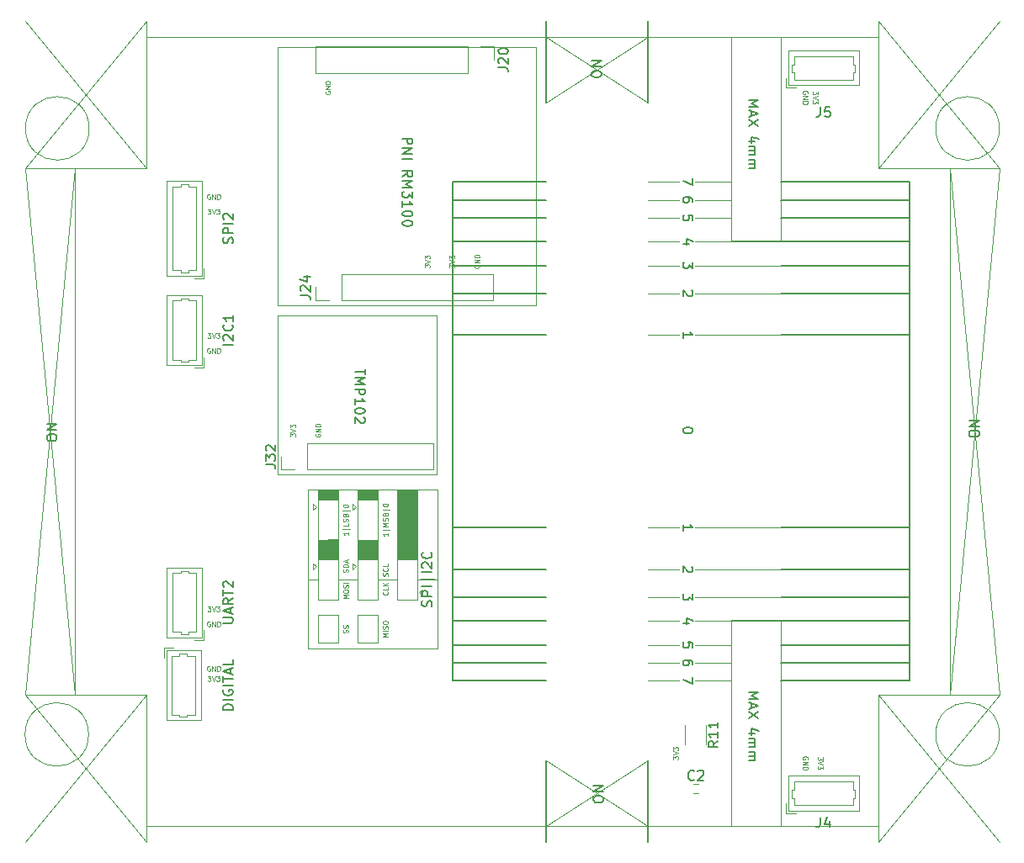
<source format=gbr>
G04 #@! TF.GenerationSoftware,KiCad,Pcbnew,(5.1.2)-2*
G04 #@! TF.CreationDate,2021-04-07T22:22:04-04:00*
G04 #@! TF.ProjectId,Magnetometer_A,4d61676e-6574-46f6-9d65-7465725f412e,rev?*
G04 #@! TF.SameCoordinates,Original*
G04 #@! TF.FileFunction,Legend,Top*
G04 #@! TF.FilePolarity,Positive*
%FSLAX46Y46*%
G04 Gerber Fmt 4.6, Leading zero omitted, Abs format (unit mm)*
G04 Created by KiCad (PCBNEW (5.1.2)-2) date 2021-04-07 22:22:04*
%MOMM*%
%LPD*%
G04 APERTURE LIST*
%ADD10C,0.125000*%
%ADD11C,0.100000*%
%ADD12C,0.120000*%
%ADD13C,0.150000*%
G04 APERTURE END LIST*
D10*
X118773809Y-40380952D02*
X118773809Y-40690476D01*
X118583333Y-40523809D01*
X118583333Y-40595238D01*
X118559523Y-40642857D01*
X118535714Y-40666666D01*
X118488095Y-40690476D01*
X118369047Y-40690476D01*
X118321428Y-40666666D01*
X118297619Y-40642857D01*
X118273809Y-40595238D01*
X118273809Y-40452380D01*
X118297619Y-40404761D01*
X118321428Y-40380952D01*
X118773809Y-40833333D02*
X118273809Y-41000000D01*
X118773809Y-41166666D01*
X118773809Y-41285714D02*
X118773809Y-41595238D01*
X118583333Y-41428571D01*
X118583333Y-41500000D01*
X118559523Y-41547619D01*
X118535714Y-41571428D01*
X118488095Y-41595238D01*
X118369047Y-41595238D01*
X118321428Y-41571428D01*
X118297619Y-41547619D01*
X118273809Y-41500000D01*
X118273809Y-41357142D01*
X118297619Y-41309523D01*
X118321428Y-41285714D01*
X119273809Y-107380952D02*
X119273809Y-107690476D01*
X119083333Y-107523809D01*
X119083333Y-107595238D01*
X119059523Y-107642857D01*
X119035714Y-107666666D01*
X118988095Y-107690476D01*
X118869047Y-107690476D01*
X118821428Y-107666666D01*
X118797619Y-107642857D01*
X118773809Y-107595238D01*
X118773809Y-107452380D01*
X118797619Y-107404761D01*
X118821428Y-107380952D01*
X119273809Y-107833333D02*
X118773809Y-108000000D01*
X119273809Y-108166666D01*
X119273809Y-108285714D02*
X119273809Y-108595238D01*
X119083333Y-108428571D01*
X119083333Y-108500000D01*
X119059523Y-108547619D01*
X119035714Y-108571428D01*
X118988095Y-108595238D01*
X118869047Y-108595238D01*
X118821428Y-108571428D01*
X118797619Y-108547619D01*
X118773809Y-108500000D01*
X118773809Y-108357142D01*
X118797619Y-108309523D01*
X118821428Y-108285714D01*
X104226190Y-107619047D02*
X104226190Y-107309523D01*
X104416666Y-107476190D01*
X104416666Y-107404761D01*
X104440476Y-107357142D01*
X104464285Y-107333333D01*
X104511904Y-107309523D01*
X104630952Y-107309523D01*
X104678571Y-107333333D01*
X104702380Y-107357142D01*
X104726190Y-107404761D01*
X104726190Y-107547619D01*
X104702380Y-107595238D01*
X104678571Y-107619047D01*
X104226190Y-107166666D02*
X104726190Y-107000000D01*
X104226190Y-106833333D01*
X104226190Y-106714285D02*
X104226190Y-106404761D01*
X104416666Y-106571428D01*
X104416666Y-106500000D01*
X104440476Y-106452380D01*
X104464285Y-106428571D01*
X104511904Y-106404761D01*
X104630952Y-106404761D01*
X104678571Y-106428571D01*
X104702380Y-106452380D01*
X104726190Y-106500000D01*
X104726190Y-106642857D01*
X104702380Y-106690476D01*
X104678571Y-106714285D01*
X65726190Y-75119047D02*
X65726190Y-74809523D01*
X65916666Y-74976190D01*
X65916666Y-74904761D01*
X65940476Y-74857142D01*
X65964285Y-74833333D01*
X66011904Y-74809523D01*
X66130952Y-74809523D01*
X66178571Y-74833333D01*
X66202380Y-74857142D01*
X66226190Y-74904761D01*
X66226190Y-75047619D01*
X66202380Y-75095238D01*
X66178571Y-75119047D01*
X65726190Y-74666666D02*
X66226190Y-74500000D01*
X65726190Y-74333333D01*
X65726190Y-74214285D02*
X65726190Y-73904761D01*
X65916666Y-74071428D01*
X65916666Y-74000000D01*
X65940476Y-73952380D01*
X65964285Y-73928571D01*
X66011904Y-73904761D01*
X66130952Y-73904761D01*
X66178571Y-73928571D01*
X66202380Y-73952380D01*
X66226190Y-74000000D01*
X66226190Y-74142857D01*
X66202380Y-74190476D01*
X66178571Y-74214285D01*
X79226190Y-58119047D02*
X79226190Y-57809523D01*
X79416666Y-57976190D01*
X79416666Y-57904761D01*
X79440476Y-57857142D01*
X79464285Y-57833333D01*
X79511904Y-57809523D01*
X79630952Y-57809523D01*
X79678571Y-57833333D01*
X79702380Y-57857142D01*
X79726190Y-57904761D01*
X79726190Y-58047619D01*
X79702380Y-58095238D01*
X79678571Y-58119047D01*
X79226190Y-57666666D02*
X79726190Y-57500000D01*
X79226190Y-57333333D01*
X79226190Y-57214285D02*
X79226190Y-56904761D01*
X79416666Y-57071428D01*
X79416666Y-57000000D01*
X79440476Y-56952380D01*
X79464285Y-56928571D01*
X79511904Y-56904761D01*
X79630952Y-56904761D01*
X79678571Y-56928571D01*
X79702380Y-56952380D01*
X79726190Y-57000000D01*
X79726190Y-57142857D01*
X79702380Y-57190476D01*
X79678571Y-57214285D01*
X81726190Y-58119047D02*
X81726190Y-57809523D01*
X81916666Y-57976190D01*
X81916666Y-57904761D01*
X81940476Y-57857142D01*
X81964285Y-57833333D01*
X82011904Y-57809523D01*
X82130952Y-57809523D01*
X82178571Y-57833333D01*
X82202380Y-57857142D01*
X82226190Y-57904761D01*
X82226190Y-58047619D01*
X82202380Y-58095238D01*
X82178571Y-58119047D01*
X81726190Y-57666666D02*
X82226190Y-57500000D01*
X81726190Y-57333333D01*
X81726190Y-57214285D02*
X81726190Y-56904761D01*
X81916666Y-57071428D01*
X81916666Y-57000000D01*
X81940476Y-56952380D01*
X81964285Y-56928571D01*
X82011904Y-56904761D01*
X82130952Y-56904761D01*
X82178571Y-56928571D01*
X82202380Y-56952380D01*
X82226190Y-57000000D01*
X82226190Y-57142857D01*
X82202380Y-57190476D01*
X82178571Y-57214285D01*
X57380952Y-52226190D02*
X57690476Y-52226190D01*
X57523809Y-52416666D01*
X57595238Y-52416666D01*
X57642857Y-52440476D01*
X57666666Y-52464285D01*
X57690476Y-52511904D01*
X57690476Y-52630952D01*
X57666666Y-52678571D01*
X57642857Y-52702380D01*
X57595238Y-52726190D01*
X57452380Y-52726190D01*
X57404761Y-52702380D01*
X57380952Y-52678571D01*
X57833333Y-52226190D02*
X58000000Y-52726190D01*
X58166666Y-52226190D01*
X58285714Y-52226190D02*
X58595238Y-52226190D01*
X58428571Y-52416666D01*
X58500000Y-52416666D01*
X58547619Y-52440476D01*
X58571428Y-52464285D01*
X58595238Y-52511904D01*
X58595238Y-52630952D01*
X58571428Y-52678571D01*
X58547619Y-52702380D01*
X58500000Y-52726190D01*
X58357142Y-52726190D01*
X58309523Y-52702380D01*
X58285714Y-52678571D01*
X57380952Y-64726190D02*
X57690476Y-64726190D01*
X57523809Y-64916666D01*
X57595238Y-64916666D01*
X57642857Y-64940476D01*
X57666666Y-64964285D01*
X57690476Y-65011904D01*
X57690476Y-65130952D01*
X57666666Y-65178571D01*
X57642857Y-65202380D01*
X57595238Y-65226190D01*
X57452380Y-65226190D01*
X57404761Y-65202380D01*
X57380952Y-65178571D01*
X57833333Y-64726190D02*
X58000000Y-65226190D01*
X58166666Y-64726190D01*
X58285714Y-64726190D02*
X58595238Y-64726190D01*
X58428571Y-64916666D01*
X58500000Y-64916666D01*
X58547619Y-64940476D01*
X58571428Y-64964285D01*
X58595238Y-65011904D01*
X58595238Y-65130952D01*
X58571428Y-65178571D01*
X58547619Y-65202380D01*
X58500000Y-65226190D01*
X58357142Y-65226190D01*
X58309523Y-65202380D01*
X58285714Y-65178571D01*
X57380952Y-92226190D02*
X57690476Y-92226190D01*
X57523809Y-92416666D01*
X57595238Y-92416666D01*
X57642857Y-92440476D01*
X57666666Y-92464285D01*
X57690476Y-92511904D01*
X57690476Y-92630952D01*
X57666666Y-92678571D01*
X57642857Y-92702380D01*
X57595238Y-92726190D01*
X57452380Y-92726190D01*
X57404761Y-92702380D01*
X57380952Y-92678571D01*
X57833333Y-92226190D02*
X58000000Y-92726190D01*
X58166666Y-92226190D01*
X58285714Y-92226190D02*
X58595238Y-92226190D01*
X58428571Y-92416666D01*
X58500000Y-92416666D01*
X58547619Y-92440476D01*
X58571428Y-92464285D01*
X58595238Y-92511904D01*
X58595238Y-92630952D01*
X58571428Y-92678571D01*
X58547619Y-92702380D01*
X58500000Y-92726190D01*
X58357142Y-92726190D01*
X58309523Y-92702380D01*
X58285714Y-92678571D01*
X57380952Y-99226190D02*
X57690476Y-99226190D01*
X57523809Y-99416666D01*
X57595238Y-99416666D01*
X57642857Y-99440476D01*
X57666666Y-99464285D01*
X57690476Y-99511904D01*
X57690476Y-99630952D01*
X57666666Y-99678571D01*
X57642857Y-99702380D01*
X57595238Y-99726190D01*
X57452380Y-99726190D01*
X57404761Y-99702380D01*
X57380952Y-99678571D01*
X57833333Y-99226190D02*
X58000000Y-99726190D01*
X58166666Y-99226190D01*
X58285714Y-99226190D02*
X58595238Y-99226190D01*
X58428571Y-99416666D01*
X58500000Y-99416666D01*
X58547619Y-99440476D01*
X58571428Y-99464285D01*
X58595238Y-99511904D01*
X58595238Y-99630952D01*
X58571428Y-99678571D01*
X58547619Y-99702380D01*
X58500000Y-99726190D01*
X58357142Y-99726190D01*
X58309523Y-99702380D01*
X58285714Y-99678571D01*
X68250000Y-74880952D02*
X68226190Y-74928571D01*
X68226190Y-75000000D01*
X68250000Y-75071428D01*
X68297619Y-75119047D01*
X68345238Y-75142857D01*
X68440476Y-75166666D01*
X68511904Y-75166666D01*
X68607142Y-75142857D01*
X68654761Y-75119047D01*
X68702380Y-75071428D01*
X68726190Y-75000000D01*
X68726190Y-74952380D01*
X68702380Y-74880952D01*
X68678571Y-74857142D01*
X68511904Y-74857142D01*
X68511904Y-74952380D01*
X68726190Y-74642857D02*
X68226190Y-74642857D01*
X68726190Y-74357142D01*
X68226190Y-74357142D01*
X68726190Y-74119047D02*
X68226190Y-74119047D01*
X68226190Y-74000000D01*
X68250000Y-73928571D01*
X68297619Y-73880952D01*
X68345238Y-73857142D01*
X68440476Y-73833333D01*
X68511904Y-73833333D01*
X68607142Y-73857142D01*
X68654761Y-73880952D01*
X68702380Y-73928571D01*
X68726190Y-74000000D01*
X68726190Y-74119047D01*
X117750000Y-107619047D02*
X117773809Y-107571428D01*
X117773809Y-107500000D01*
X117750000Y-107428571D01*
X117702380Y-107380952D01*
X117654761Y-107357142D01*
X117559523Y-107333333D01*
X117488095Y-107333333D01*
X117392857Y-107357142D01*
X117345238Y-107380952D01*
X117297619Y-107428571D01*
X117273809Y-107500000D01*
X117273809Y-107547619D01*
X117297619Y-107619047D01*
X117321428Y-107642857D01*
X117488095Y-107642857D01*
X117488095Y-107547619D01*
X117273809Y-107857142D02*
X117773809Y-107857142D01*
X117273809Y-108142857D01*
X117773809Y-108142857D01*
X117273809Y-108380952D02*
X117773809Y-108380952D01*
X117773809Y-108500000D01*
X117750000Y-108571428D01*
X117702380Y-108619047D01*
X117654761Y-108642857D01*
X117559523Y-108666666D01*
X117488095Y-108666666D01*
X117392857Y-108642857D01*
X117345238Y-108619047D01*
X117297619Y-108571428D01*
X117273809Y-108500000D01*
X117273809Y-108380952D01*
X117750000Y-40619047D02*
X117773809Y-40571428D01*
X117773809Y-40500000D01*
X117750000Y-40428571D01*
X117702380Y-40380952D01*
X117654761Y-40357142D01*
X117559523Y-40333333D01*
X117488095Y-40333333D01*
X117392857Y-40357142D01*
X117345238Y-40380952D01*
X117297619Y-40428571D01*
X117273809Y-40500000D01*
X117273809Y-40547619D01*
X117297619Y-40619047D01*
X117321428Y-40642857D01*
X117488095Y-40642857D01*
X117488095Y-40547619D01*
X117273809Y-40857142D02*
X117773809Y-40857142D01*
X117273809Y-41142857D01*
X117773809Y-41142857D01*
X117273809Y-41380952D02*
X117773809Y-41380952D01*
X117773809Y-41500000D01*
X117750000Y-41571428D01*
X117702380Y-41619047D01*
X117654761Y-41642857D01*
X117559523Y-41666666D01*
X117488095Y-41666666D01*
X117392857Y-41642857D01*
X117345238Y-41619047D01*
X117297619Y-41571428D01*
X117273809Y-41500000D01*
X117273809Y-41380952D01*
X84250000Y-57880952D02*
X84226190Y-57928571D01*
X84226190Y-58000000D01*
X84250000Y-58071428D01*
X84297619Y-58119047D01*
X84345238Y-58142857D01*
X84440476Y-58166666D01*
X84511904Y-58166666D01*
X84607142Y-58142857D01*
X84654761Y-58119047D01*
X84702380Y-58071428D01*
X84726190Y-58000000D01*
X84726190Y-57952380D01*
X84702380Y-57880952D01*
X84678571Y-57857142D01*
X84511904Y-57857142D01*
X84511904Y-57952380D01*
X84726190Y-57642857D02*
X84226190Y-57642857D01*
X84726190Y-57357142D01*
X84226190Y-57357142D01*
X84726190Y-57119047D02*
X84226190Y-57119047D01*
X84226190Y-57000000D01*
X84250000Y-56928571D01*
X84297619Y-56880952D01*
X84345238Y-56857142D01*
X84440476Y-56833333D01*
X84511904Y-56833333D01*
X84607142Y-56857142D01*
X84654761Y-56880952D01*
X84702380Y-56928571D01*
X84726190Y-57000000D01*
X84726190Y-57119047D01*
X69250000Y-40380952D02*
X69226190Y-40428571D01*
X69226190Y-40500000D01*
X69250000Y-40571428D01*
X69297619Y-40619047D01*
X69345238Y-40642857D01*
X69440476Y-40666666D01*
X69511904Y-40666666D01*
X69607142Y-40642857D01*
X69654761Y-40619047D01*
X69702380Y-40571428D01*
X69726190Y-40500000D01*
X69726190Y-40452380D01*
X69702380Y-40380952D01*
X69678571Y-40357142D01*
X69511904Y-40357142D01*
X69511904Y-40452380D01*
X69726190Y-40142857D02*
X69226190Y-40142857D01*
X69726190Y-39857142D01*
X69226190Y-39857142D01*
X69726190Y-39619047D02*
X69226190Y-39619047D01*
X69226190Y-39500000D01*
X69250000Y-39428571D01*
X69297619Y-39380952D01*
X69345238Y-39357142D01*
X69440476Y-39333333D01*
X69511904Y-39333333D01*
X69607142Y-39357142D01*
X69654761Y-39380952D01*
X69702380Y-39428571D01*
X69726190Y-39500000D01*
X69726190Y-39619047D01*
X57619047Y-50750000D02*
X57571428Y-50726190D01*
X57500000Y-50726190D01*
X57428571Y-50750000D01*
X57380952Y-50797619D01*
X57357142Y-50845238D01*
X57333333Y-50940476D01*
X57333333Y-51011904D01*
X57357142Y-51107142D01*
X57380952Y-51154761D01*
X57428571Y-51202380D01*
X57500000Y-51226190D01*
X57547619Y-51226190D01*
X57619047Y-51202380D01*
X57642857Y-51178571D01*
X57642857Y-51011904D01*
X57547619Y-51011904D01*
X57857142Y-51226190D02*
X57857142Y-50726190D01*
X58142857Y-51226190D01*
X58142857Y-50726190D01*
X58380952Y-51226190D02*
X58380952Y-50726190D01*
X58500000Y-50726190D01*
X58571428Y-50750000D01*
X58619047Y-50797619D01*
X58642857Y-50845238D01*
X58666666Y-50940476D01*
X58666666Y-51011904D01*
X58642857Y-51107142D01*
X58619047Y-51154761D01*
X58571428Y-51202380D01*
X58500000Y-51226190D01*
X58380952Y-51226190D01*
X57619047Y-66250000D02*
X57571428Y-66226190D01*
X57500000Y-66226190D01*
X57428571Y-66250000D01*
X57380952Y-66297619D01*
X57357142Y-66345238D01*
X57333333Y-66440476D01*
X57333333Y-66511904D01*
X57357142Y-66607142D01*
X57380952Y-66654761D01*
X57428571Y-66702380D01*
X57500000Y-66726190D01*
X57547619Y-66726190D01*
X57619047Y-66702380D01*
X57642857Y-66678571D01*
X57642857Y-66511904D01*
X57547619Y-66511904D01*
X57857142Y-66726190D02*
X57857142Y-66226190D01*
X58142857Y-66726190D01*
X58142857Y-66226190D01*
X58380952Y-66726190D02*
X58380952Y-66226190D01*
X58500000Y-66226190D01*
X58571428Y-66250000D01*
X58619047Y-66297619D01*
X58642857Y-66345238D01*
X58666666Y-66440476D01*
X58666666Y-66511904D01*
X58642857Y-66607142D01*
X58619047Y-66654761D01*
X58571428Y-66702380D01*
X58500000Y-66726190D01*
X58380952Y-66726190D01*
X57619047Y-93750000D02*
X57571428Y-93726190D01*
X57500000Y-93726190D01*
X57428571Y-93750000D01*
X57380952Y-93797619D01*
X57357142Y-93845238D01*
X57333333Y-93940476D01*
X57333333Y-94011904D01*
X57357142Y-94107142D01*
X57380952Y-94154761D01*
X57428571Y-94202380D01*
X57500000Y-94226190D01*
X57547619Y-94226190D01*
X57619047Y-94202380D01*
X57642857Y-94178571D01*
X57642857Y-94011904D01*
X57547619Y-94011904D01*
X57857142Y-94226190D02*
X57857142Y-93726190D01*
X58142857Y-94226190D01*
X58142857Y-93726190D01*
X58380952Y-94226190D02*
X58380952Y-93726190D01*
X58500000Y-93726190D01*
X58571428Y-93750000D01*
X58619047Y-93797619D01*
X58642857Y-93845238D01*
X58666666Y-93940476D01*
X58666666Y-94011904D01*
X58642857Y-94107142D01*
X58619047Y-94154761D01*
X58571428Y-94202380D01*
X58500000Y-94226190D01*
X58380952Y-94226190D01*
X57619047Y-98250000D02*
X57571428Y-98226190D01*
X57500000Y-98226190D01*
X57428571Y-98250000D01*
X57380952Y-98297619D01*
X57357142Y-98345238D01*
X57333333Y-98440476D01*
X57333333Y-98511904D01*
X57357142Y-98607142D01*
X57380952Y-98654761D01*
X57428571Y-98702380D01*
X57500000Y-98726190D01*
X57547619Y-98726190D01*
X57619047Y-98702380D01*
X57642857Y-98678571D01*
X57642857Y-98511904D01*
X57547619Y-98511904D01*
X57857142Y-98726190D02*
X57857142Y-98226190D01*
X58142857Y-98726190D01*
X58142857Y-98226190D01*
X58380952Y-98726190D02*
X58380952Y-98226190D01*
X58500000Y-98226190D01*
X58571428Y-98250000D01*
X58619047Y-98297619D01*
X58642857Y-98345238D01*
X58666666Y-98440476D01*
X58666666Y-98511904D01*
X58642857Y-98607142D01*
X58619047Y-98654761D01*
X58571428Y-98702380D01*
X58500000Y-98726190D01*
X58380952Y-98726190D01*
D11*
G36*
X78500000Y-87450000D02*
G01*
X76500000Y-87450000D01*
X76500000Y-80500000D01*
X78500000Y-80500000D01*
X78500000Y-87450000D01*
G37*
X78500000Y-87450000D02*
X76500000Y-87450000D01*
X76500000Y-80500000D01*
X78500000Y-80500000D01*
X78500000Y-87450000D01*
G36*
X74500000Y-81500000D02*
G01*
X72500000Y-81450000D01*
X72500000Y-80500000D01*
X74500000Y-80500000D01*
X74500000Y-81500000D01*
G37*
X74500000Y-81500000D02*
X72500000Y-81450000D01*
X72500000Y-80500000D01*
X74500000Y-80500000D01*
X74500000Y-81500000D01*
G36*
X70500000Y-81450000D02*
G01*
X68500000Y-81450000D01*
X68500000Y-80500000D01*
X70500000Y-80500000D01*
X70500000Y-81450000D01*
G37*
X70500000Y-81450000D02*
X68500000Y-81450000D01*
X68500000Y-80500000D01*
X70500000Y-80500000D01*
X70500000Y-81450000D01*
G36*
X70500000Y-87450000D02*
G01*
X68500000Y-87450000D01*
X68500000Y-85550000D01*
X70500000Y-85500000D01*
X70500000Y-87450000D01*
G37*
X70500000Y-87450000D02*
X68500000Y-87450000D01*
X68500000Y-85550000D01*
X70500000Y-85500000D01*
X70500000Y-87450000D01*
G36*
X74500000Y-87450000D02*
G01*
X72500000Y-87450000D01*
X72500000Y-85550000D01*
X74500000Y-85550000D01*
X74500000Y-87450000D01*
G37*
X74500000Y-87450000D02*
X72500000Y-87450000D01*
X72500000Y-85550000D01*
X74500000Y-85550000D01*
X74500000Y-87450000D01*
D12*
X68500000Y-89500000D02*
X67500000Y-89500000D01*
X72500000Y-89500000D02*
X70500000Y-89500000D01*
X76500000Y-89500000D02*
X74500000Y-89500000D01*
X80500000Y-89500000D02*
X78500000Y-89500000D01*
X80500000Y-80500000D02*
X80500000Y-89500000D01*
X67500000Y-80500000D02*
X80500000Y-80500000D01*
X67500000Y-96500000D02*
X67500000Y-80500000D01*
X80500000Y-96500000D02*
X67500000Y-96500000D01*
X80500000Y-89500000D02*
X80500000Y-96500000D01*
D13*
X73207619Y-68314285D02*
X73207619Y-68885714D01*
X72207619Y-68600000D02*
X73207619Y-68600000D01*
X72207619Y-69219047D02*
X73207619Y-69219047D01*
X72493333Y-69552380D01*
X73207619Y-69885714D01*
X72207619Y-69885714D01*
X72207619Y-70361904D02*
X73207619Y-70361904D01*
X73207619Y-70742857D01*
X73160000Y-70838095D01*
X73112380Y-70885714D01*
X73017142Y-70933333D01*
X72874285Y-70933333D01*
X72779047Y-70885714D01*
X72731428Y-70838095D01*
X72683809Y-70742857D01*
X72683809Y-70361904D01*
X72207619Y-71885714D02*
X72207619Y-71314285D01*
X72207619Y-71600000D02*
X73207619Y-71600000D01*
X73064761Y-71504761D01*
X72969523Y-71409523D01*
X72921904Y-71314285D01*
X73207619Y-72504761D02*
X73207619Y-72600000D01*
X73160000Y-72695238D01*
X73112380Y-72742857D01*
X73017142Y-72790476D01*
X72826666Y-72838095D01*
X72588571Y-72838095D01*
X72398095Y-72790476D01*
X72302857Y-72742857D01*
X72255238Y-72695238D01*
X72207619Y-72600000D01*
X72207619Y-72504761D01*
X72255238Y-72409523D01*
X72302857Y-72361904D01*
X72398095Y-72314285D01*
X72588571Y-72266666D01*
X72826666Y-72266666D01*
X73017142Y-72314285D01*
X73112380Y-72361904D01*
X73160000Y-72409523D01*
X73207619Y-72504761D01*
X73112380Y-73219047D02*
X73160000Y-73266666D01*
X73207619Y-73361904D01*
X73207619Y-73600000D01*
X73160000Y-73695238D01*
X73112380Y-73742857D01*
X73017142Y-73790476D01*
X72921904Y-73790476D01*
X72779047Y-73742857D01*
X72207619Y-73171428D01*
X72207619Y-73790476D01*
D12*
X80460000Y-78900000D02*
X64460000Y-78900000D01*
X64460000Y-62900000D02*
X64460000Y-78900000D01*
X80460000Y-62900000D02*
X80460000Y-78900000D01*
X80460000Y-62900000D02*
X64460000Y-62900000D01*
X64460000Y-35910000D02*
X64460000Y-61910000D01*
X90460000Y-35910000D02*
X64460000Y-35910000D01*
X90460000Y-61910000D02*
X64460000Y-61910000D01*
X90460000Y-60910000D02*
X90460000Y-61910000D01*
X90460000Y-35910000D02*
X90460000Y-60910000D01*
D13*
X77007619Y-45129047D02*
X78007619Y-45129047D01*
X78007619Y-45510000D01*
X77960000Y-45605238D01*
X77912380Y-45652857D01*
X77817142Y-45700476D01*
X77674285Y-45700476D01*
X77579047Y-45652857D01*
X77531428Y-45605238D01*
X77483809Y-45510000D01*
X77483809Y-45129047D01*
X77007619Y-46129047D02*
X78007619Y-46129047D01*
X77007619Y-46700476D01*
X78007619Y-46700476D01*
X77007619Y-47176666D02*
X78007619Y-47176666D01*
X77007619Y-48986190D02*
X77483809Y-48652857D01*
X77007619Y-48414761D02*
X78007619Y-48414761D01*
X78007619Y-48795714D01*
X77960000Y-48890952D01*
X77912380Y-48938571D01*
X77817142Y-48986190D01*
X77674285Y-48986190D01*
X77579047Y-48938571D01*
X77531428Y-48890952D01*
X77483809Y-48795714D01*
X77483809Y-48414761D01*
X77007619Y-49414761D02*
X78007619Y-49414761D01*
X77293333Y-49748095D01*
X78007619Y-50081428D01*
X77007619Y-50081428D01*
X78007619Y-50462380D02*
X78007619Y-51081428D01*
X77626666Y-50748095D01*
X77626666Y-50890952D01*
X77579047Y-50986190D01*
X77531428Y-51033809D01*
X77436190Y-51081428D01*
X77198095Y-51081428D01*
X77102857Y-51033809D01*
X77055238Y-50986190D01*
X77007619Y-50890952D01*
X77007619Y-50605238D01*
X77055238Y-50510000D01*
X77102857Y-50462380D01*
X77007619Y-52033809D02*
X77007619Y-51462380D01*
X77007619Y-51748095D02*
X78007619Y-51748095D01*
X77864761Y-51652857D01*
X77769523Y-51557619D01*
X77721904Y-51462380D01*
X78007619Y-52652857D02*
X78007619Y-52748095D01*
X77960000Y-52843333D01*
X77912380Y-52890952D01*
X77817142Y-52938571D01*
X77626666Y-52986190D01*
X77388571Y-52986190D01*
X77198095Y-52938571D01*
X77102857Y-52890952D01*
X77055238Y-52843333D01*
X77007619Y-52748095D01*
X77007619Y-52652857D01*
X77055238Y-52557619D01*
X77102857Y-52510000D01*
X77198095Y-52462380D01*
X77388571Y-52414761D01*
X77626666Y-52414761D01*
X77817142Y-52462380D01*
X77912380Y-52510000D01*
X77960000Y-52557619D01*
X78007619Y-52652857D01*
X78007619Y-53605238D02*
X78007619Y-53700476D01*
X77960000Y-53795714D01*
X77912380Y-53843333D01*
X77817142Y-53890952D01*
X77626666Y-53938571D01*
X77388571Y-53938571D01*
X77198095Y-53890952D01*
X77102857Y-53843333D01*
X77055238Y-53795714D01*
X77007619Y-53700476D01*
X77007619Y-53605238D01*
X77055238Y-53510000D01*
X77102857Y-53462380D01*
X77198095Y-53414761D01*
X77388571Y-53367142D01*
X77626666Y-53367142D01*
X77817142Y-53414761D01*
X77912380Y-53462380D01*
X77960000Y-53510000D01*
X78007619Y-53605238D01*
D12*
X51260000Y-34910000D02*
X124860000Y-34910000D01*
X51260000Y-114310000D02*
X124860000Y-114310000D01*
X132060000Y-48100000D02*
X132060000Y-101110000D01*
X137060000Y-101110000D02*
X132060000Y-48100000D01*
X137060000Y-48110000D02*
X132060000Y-101110000D01*
X44060000Y-101110000D02*
X44060000Y-48110000D01*
X39060000Y-48110000D02*
X44060000Y-101110000D01*
X39060000Y-101110000D02*
X44060000Y-48110000D01*
X137060000Y-48110000D02*
X124860000Y-33310000D01*
X137060000Y-33310000D02*
X124860000Y-48110000D01*
X137060000Y-101110000D02*
X124860000Y-115900000D01*
X137060000Y-115910000D02*
X124860000Y-101110000D01*
X51260000Y-115910000D02*
X39060000Y-101110000D01*
X39060000Y-115910000D02*
X51260000Y-101110000D01*
X39060000Y-48110000D02*
X51260000Y-33310000D01*
X51260000Y-48110000D02*
X39060000Y-33310000D01*
X51260000Y-101110000D02*
X39060000Y-101110000D01*
X51260000Y-115910000D02*
X51260000Y-101110000D01*
X124860000Y-101110000D02*
X137060000Y-101110000D01*
X124860000Y-115900000D02*
X124860000Y-101110000D01*
X124860000Y-48110000D02*
X137060000Y-48110000D01*
X124860000Y-33310000D02*
X124860000Y-48110000D01*
X51260000Y-48110000D02*
X39060000Y-48110000D01*
X51260000Y-33310000D02*
X51260000Y-48110000D01*
D13*
X82060000Y-84310000D02*
X91460000Y-84310000D01*
X115060000Y-84310000D02*
X128060000Y-84310000D01*
X82060000Y-99710000D02*
X91460000Y-99710000D01*
X115060000Y-49510000D02*
X128060000Y-49510000D01*
X82060000Y-64910000D02*
X91460000Y-64910000D01*
X115060000Y-99710000D02*
X128060000Y-99710000D01*
X82060000Y-49510000D02*
X91460000Y-49510000D01*
X101660000Y-107710000D02*
X101660000Y-115910000D01*
X91460000Y-41510000D02*
X91460000Y-33310000D01*
X115060000Y-64910000D02*
X128060000Y-64910000D01*
X101660000Y-41510000D02*
X101660000Y-33310000D01*
X91460000Y-107710000D02*
X91460000Y-115910000D01*
D12*
X101660000Y-99710000D02*
X104860000Y-99710000D01*
X110060000Y-88510000D02*
X115060000Y-88510000D01*
X115060000Y-55510000D02*
X115060000Y-34910000D01*
X110060000Y-55510000D02*
X110060000Y-34910000D01*
X110060000Y-93710000D02*
X110060000Y-114310000D01*
X101660000Y-41510000D02*
X91460000Y-34910000D01*
X91460000Y-41510000D02*
X101660000Y-34910000D01*
X91460000Y-107710000D02*
X101660000Y-114310000D01*
X101660000Y-107710000D02*
X91460000Y-114310000D01*
X115060000Y-93710000D02*
X115060000Y-114310000D01*
X110060000Y-64910000D02*
X115060000Y-64910000D01*
X110060000Y-60710000D02*
X115060000Y-60710000D01*
X110060000Y-57910000D02*
X115060000Y-57910000D01*
X110060000Y-84310000D02*
X115060000Y-84310000D01*
X110060000Y-93710000D02*
X106460000Y-93710000D01*
X110060000Y-99710000D02*
X106460000Y-99710000D01*
X110060000Y-97910000D02*
X106460000Y-97910000D01*
X110060000Y-96110000D02*
X106460000Y-96110000D01*
X101660000Y-96110000D02*
X104860000Y-96110000D01*
X110060000Y-91310000D02*
X115060000Y-91310000D01*
X101660000Y-97910000D02*
X104860000Y-97910000D01*
D13*
X111807619Y-100881428D02*
X112807619Y-100881428D01*
X112093333Y-101214761D01*
X112807619Y-101548095D01*
X111807619Y-101548095D01*
X112093333Y-101976666D02*
X112093333Y-102452857D01*
X111807619Y-101881428D02*
X112807619Y-102214761D01*
X111807619Y-102548095D01*
X112807619Y-102786190D02*
X111807619Y-103452857D01*
X112807619Y-103452857D02*
X111807619Y-102786190D01*
X112474285Y-105024285D02*
X111807619Y-105024285D01*
X112855238Y-104786190D02*
X112140952Y-104548095D01*
X112140952Y-105167142D01*
X111807619Y-105548095D02*
X112474285Y-105548095D01*
X112379047Y-105548095D02*
X112426666Y-105595714D01*
X112474285Y-105690952D01*
X112474285Y-105833809D01*
X112426666Y-105929047D01*
X112331428Y-105976666D01*
X111807619Y-105976666D01*
X112331428Y-105976666D02*
X112426666Y-106024285D01*
X112474285Y-106119523D01*
X112474285Y-106262380D01*
X112426666Y-106357619D01*
X112331428Y-106405238D01*
X111807619Y-106405238D01*
X111807619Y-106881428D02*
X112474285Y-106881428D01*
X112379047Y-106881428D02*
X112426666Y-106929047D01*
X112474285Y-107024285D01*
X112474285Y-107167142D01*
X112426666Y-107262380D01*
X112331428Y-107310000D01*
X111807619Y-107310000D01*
X112331428Y-107310000D02*
X112426666Y-107357619D01*
X112474285Y-107452857D01*
X112474285Y-107595714D01*
X112426666Y-107690952D01*
X112331428Y-107738571D01*
X111807619Y-107738571D01*
X106112380Y-60424285D02*
X106160000Y-60471904D01*
X106207619Y-60567142D01*
X106207619Y-60805238D01*
X106160000Y-60900476D01*
X106112380Y-60948095D01*
X106017142Y-60995714D01*
X105921904Y-60995714D01*
X105779047Y-60948095D01*
X105207619Y-60376666D01*
X105207619Y-60995714D01*
X106112380Y-88224285D02*
X106160000Y-88271904D01*
X106207619Y-88367142D01*
X106207619Y-88605238D01*
X106160000Y-88700476D01*
X106112380Y-88748095D01*
X106017142Y-88795714D01*
X105921904Y-88795714D01*
X105779047Y-88748095D01*
X105207619Y-88176666D01*
X105207619Y-88795714D01*
X106207619Y-74462380D02*
X106207619Y-74557619D01*
X106160000Y-74652857D01*
X106112380Y-74700476D01*
X106017142Y-74748095D01*
X105826666Y-74795714D01*
X105588571Y-74795714D01*
X105398095Y-74748095D01*
X105302857Y-74700476D01*
X105255238Y-74652857D01*
X105207619Y-74557619D01*
X105207619Y-74462380D01*
X105255238Y-74367142D01*
X105302857Y-74319523D01*
X105398095Y-74271904D01*
X105588571Y-74224285D01*
X105826666Y-74224285D01*
X106017142Y-74271904D01*
X106112380Y-74319523D01*
X106160000Y-74367142D01*
X106207619Y-74462380D01*
X41207619Y-73900476D02*
X42207619Y-73900476D01*
X41207619Y-74471904D01*
X42207619Y-74471904D01*
X42207619Y-75138571D02*
X42207619Y-75329047D01*
X42160000Y-75424285D01*
X42064761Y-75519523D01*
X41874285Y-75567142D01*
X41540952Y-75567142D01*
X41350476Y-75519523D01*
X41255238Y-75424285D01*
X41207619Y-75329047D01*
X41207619Y-75138571D01*
X41255238Y-75043333D01*
X41350476Y-74948095D01*
X41540952Y-74900476D01*
X41874285Y-74900476D01*
X42064761Y-74948095D01*
X42160000Y-75043333D01*
X42207619Y-75138571D01*
X106207619Y-51500476D02*
X106207619Y-51310000D01*
X106160000Y-51214761D01*
X106112380Y-51167142D01*
X105969523Y-51071904D01*
X105779047Y-51024285D01*
X105398095Y-51024285D01*
X105302857Y-51071904D01*
X105255238Y-51119523D01*
X105207619Y-51214761D01*
X105207619Y-51405238D01*
X105255238Y-51500476D01*
X105302857Y-51548095D01*
X105398095Y-51595714D01*
X105636190Y-51595714D01*
X105731428Y-51548095D01*
X105779047Y-51500476D01*
X105826666Y-51405238D01*
X105826666Y-51214761D01*
X105779047Y-51119523D01*
X105731428Y-51071904D01*
X105636190Y-51024285D01*
X105207619Y-65195714D02*
X105207619Y-64624285D01*
X105207619Y-64910000D02*
X106207619Y-64910000D01*
X106064761Y-64814761D01*
X105969523Y-64719523D01*
X105921904Y-64624285D01*
X106207619Y-96348095D02*
X106207619Y-95871904D01*
X105731428Y-95824285D01*
X105779047Y-95871904D01*
X105826666Y-95967142D01*
X105826666Y-96205238D01*
X105779047Y-96300476D01*
X105731428Y-96348095D01*
X105636190Y-96395714D01*
X105398095Y-96395714D01*
X105302857Y-96348095D01*
X105255238Y-96300476D01*
X105207619Y-96205238D01*
X105207619Y-95967142D01*
X105255238Y-95871904D01*
X105302857Y-95824285D01*
X111807619Y-41281428D02*
X112807619Y-41281428D01*
X112093333Y-41614761D01*
X112807619Y-41948095D01*
X111807619Y-41948095D01*
X112093333Y-42376666D02*
X112093333Y-42852857D01*
X111807619Y-42281428D02*
X112807619Y-42614761D01*
X111807619Y-42948095D01*
X112807619Y-43186190D02*
X111807619Y-43852857D01*
X112807619Y-43852857D02*
X111807619Y-43186190D01*
X112474285Y-45424285D02*
X111807619Y-45424285D01*
X112855238Y-45186190D02*
X112140952Y-44948095D01*
X112140952Y-45567142D01*
X111807619Y-45948095D02*
X112474285Y-45948095D01*
X112379047Y-45948095D02*
X112426666Y-45995714D01*
X112474285Y-46090952D01*
X112474285Y-46233809D01*
X112426666Y-46329047D01*
X112331428Y-46376666D01*
X111807619Y-46376666D01*
X112331428Y-46376666D02*
X112426666Y-46424285D01*
X112474285Y-46519523D01*
X112474285Y-46662380D01*
X112426666Y-46757619D01*
X112331428Y-46805238D01*
X111807619Y-46805238D01*
X111807619Y-47281428D02*
X112474285Y-47281428D01*
X112379047Y-47281428D02*
X112426666Y-47329047D01*
X112474285Y-47424285D01*
X112474285Y-47567142D01*
X112426666Y-47662380D01*
X112331428Y-47710000D01*
X111807619Y-47710000D01*
X112331428Y-47710000D02*
X112426666Y-47757619D01*
X112474285Y-47852857D01*
X112474285Y-47995714D01*
X112426666Y-48090952D01*
X112331428Y-48138571D01*
X111807619Y-48138571D01*
X106207619Y-99376666D02*
X106207619Y-100043333D01*
X105207619Y-99614761D01*
X105207619Y-84595714D02*
X105207619Y-84024285D01*
X105207619Y-84310000D02*
X106207619Y-84310000D01*
X106064761Y-84214761D01*
X105969523Y-84119523D01*
X105921904Y-84024285D01*
X96207619Y-110300476D02*
X97207619Y-110300476D01*
X96207619Y-110871904D01*
X97207619Y-110871904D01*
X97207619Y-111538571D02*
X97207619Y-111729047D01*
X97160000Y-111824285D01*
X97064761Y-111919523D01*
X96874285Y-111967142D01*
X96540952Y-111967142D01*
X96350476Y-111919523D01*
X96255238Y-111824285D01*
X96207619Y-111729047D01*
X96207619Y-111538571D01*
X96255238Y-111443333D01*
X96350476Y-111348095D01*
X96540952Y-111300476D01*
X96874285Y-111300476D01*
X97064761Y-111348095D01*
X97160000Y-111443333D01*
X97207619Y-111538571D01*
X96007619Y-37300476D02*
X97007619Y-37300476D01*
X96007619Y-37871904D01*
X97007619Y-37871904D01*
X97007619Y-38538571D02*
X97007619Y-38729047D01*
X96960000Y-38824285D01*
X96864761Y-38919523D01*
X96674285Y-38967142D01*
X96340952Y-38967142D01*
X96150476Y-38919523D01*
X96055238Y-38824285D01*
X96007619Y-38729047D01*
X96007619Y-38538571D01*
X96055238Y-38443333D01*
X96150476Y-38348095D01*
X96340952Y-38300476D01*
X96674285Y-38300476D01*
X96864761Y-38348095D01*
X96960000Y-38443333D01*
X97007619Y-38538571D01*
X105874285Y-93900476D02*
X105207619Y-93900476D01*
X106255238Y-93662380D02*
X105540952Y-93424285D01*
X105540952Y-94043333D01*
X106207619Y-98100476D02*
X106207619Y-97910000D01*
X106160000Y-97814761D01*
X106112380Y-97767142D01*
X105969523Y-97671904D01*
X105779047Y-97624285D01*
X105398095Y-97624285D01*
X105302857Y-97671904D01*
X105255238Y-97719523D01*
X105207619Y-97814761D01*
X105207619Y-98005238D01*
X105255238Y-98100476D01*
X105302857Y-98148095D01*
X105398095Y-98195714D01*
X105636190Y-98195714D01*
X105731428Y-98148095D01*
X105779047Y-98100476D01*
X105826666Y-98005238D01*
X105826666Y-97814761D01*
X105779047Y-97719523D01*
X105731428Y-97671904D01*
X105636190Y-97624285D01*
X105874285Y-55700476D02*
X105207619Y-55700476D01*
X106255238Y-55462380D02*
X105540952Y-55224285D01*
X105540952Y-55843333D01*
X106207619Y-49176666D02*
X106207619Y-49843333D01*
X105207619Y-49414761D01*
X106207619Y-57576666D02*
X106207619Y-58195714D01*
X105826666Y-57862380D01*
X105826666Y-58005238D01*
X105779047Y-58100476D01*
X105731428Y-58148095D01*
X105636190Y-58195714D01*
X105398095Y-58195714D01*
X105302857Y-58148095D01*
X105255238Y-58100476D01*
X105207619Y-58005238D01*
X105207619Y-57719523D01*
X105255238Y-57624285D01*
X105302857Y-57576666D01*
X134007619Y-73500476D02*
X135007619Y-73500476D01*
X134007619Y-74071904D01*
X135007619Y-74071904D01*
X135007619Y-74738571D02*
X135007619Y-74929047D01*
X134960000Y-75024285D01*
X134864761Y-75119523D01*
X134674285Y-75167142D01*
X134340952Y-75167142D01*
X134150476Y-75119523D01*
X134055238Y-75024285D01*
X134007619Y-74929047D01*
X134007619Y-74738571D01*
X134055238Y-74643333D01*
X134150476Y-74548095D01*
X134340952Y-74500476D01*
X134674285Y-74500476D01*
X134864761Y-74548095D01*
X134960000Y-74643333D01*
X135007619Y-74738571D01*
X106207619Y-53348095D02*
X106207619Y-52871904D01*
X105731428Y-52824285D01*
X105779047Y-52871904D01*
X105826666Y-52967142D01*
X105826666Y-53205238D01*
X105779047Y-53300476D01*
X105731428Y-53348095D01*
X105636190Y-53395714D01*
X105398095Y-53395714D01*
X105302857Y-53348095D01*
X105255238Y-53300476D01*
X105207619Y-53205238D01*
X105207619Y-52967142D01*
X105255238Y-52871904D01*
X105302857Y-52824285D01*
X106207619Y-90976666D02*
X106207619Y-91595714D01*
X105826666Y-91262380D01*
X105826666Y-91405238D01*
X105779047Y-91500476D01*
X105731428Y-91548095D01*
X105636190Y-91595714D01*
X105398095Y-91595714D01*
X105302857Y-91548095D01*
X105255238Y-91500476D01*
X105207619Y-91405238D01*
X105207619Y-91119523D01*
X105255238Y-91024285D01*
X105302857Y-90976666D01*
X82060000Y-97910000D02*
X91460000Y-97910000D01*
D12*
X110060000Y-49510000D02*
X106460000Y-49510000D01*
X101660000Y-93710000D02*
X104860000Y-93710000D01*
X101660000Y-64910000D02*
X104860000Y-64910000D01*
X101660000Y-51310000D02*
X104860000Y-51310000D01*
X106460000Y-53110000D02*
X110060000Y-53110000D01*
X110060000Y-60710000D02*
X106460000Y-60710000D01*
X104860000Y-57910000D02*
X101660000Y-57910000D01*
X110060000Y-84310000D02*
X106460000Y-84310000D01*
X106460000Y-55510000D02*
X110060000Y-55510000D01*
D13*
X115060000Y-93710000D02*
X128060000Y-93710000D01*
X82060000Y-91310000D02*
X91460000Y-91310000D01*
X115060000Y-55510000D02*
X128060000Y-55510000D01*
X115060000Y-53110000D02*
X128060000Y-53110000D01*
X115060000Y-93710000D02*
X110060000Y-93710000D01*
X82060000Y-99710000D02*
X82060000Y-49510000D01*
D12*
X110060000Y-57910000D02*
X106460000Y-57910000D01*
X101660000Y-49510000D02*
X104860000Y-49510000D01*
X106460000Y-51310000D02*
X110060000Y-51310000D01*
X104860000Y-55510000D02*
X101660000Y-55510000D01*
X110060000Y-64910000D02*
X106460000Y-64910000D01*
X110060000Y-91310000D02*
X106460000Y-91310000D01*
X104860000Y-53110000D02*
X101660000Y-53110000D01*
X110060000Y-88510000D02*
X106460000Y-88510000D01*
X101660000Y-60710000D02*
X104860000Y-60710000D01*
X101660000Y-91310000D02*
X104860000Y-91310000D01*
X101660000Y-84310000D02*
X104860000Y-84310000D01*
D13*
X115060000Y-91310000D02*
X128060000Y-91310000D01*
X82060000Y-60710000D02*
X91460000Y-60710000D01*
X82060000Y-57910000D02*
X91460000Y-57910000D01*
X82060000Y-55510000D02*
X91460000Y-55510000D01*
X115060000Y-97910000D02*
X128060000Y-97910000D01*
D12*
X101660000Y-88510000D02*
X104860000Y-88510000D01*
D13*
X82060000Y-88510000D02*
X91460000Y-88510000D01*
X115060000Y-88510000D02*
X128060000Y-88510000D01*
X115060000Y-60710000D02*
X128060000Y-60710000D01*
X115060000Y-57910000D02*
X128060000Y-57910000D01*
X82060000Y-93710000D02*
X91460000Y-93710000D01*
X115060000Y-55510000D02*
X110060000Y-55510000D01*
X115060000Y-96110000D02*
X128060000Y-96110000D01*
X115060000Y-51310000D02*
X128060000Y-51310000D01*
X91460000Y-96110000D02*
X82060000Y-96110000D01*
X82060000Y-53110000D02*
X91460000Y-53110000D01*
X82060000Y-51310000D02*
X91460000Y-51310000D01*
X128060000Y-49510000D02*
X128060000Y-99710000D01*
D12*
X45410000Y-105110000D02*
G75*
G03X45410000Y-105110000I-3200000J0D01*
G01*
X45460000Y-44110000D02*
G75*
G03X45460000Y-44110000I-3200000J0D01*
G01*
X137060000Y-105110000D02*
G75*
G03X137060000Y-105110000I-3200000J0D01*
G01*
X137060000Y-44110000D02*
G75*
G03X137060000Y-44110000I-3200000J0D01*
G01*
X106250000Y-111020000D02*
X106750000Y-111020000D01*
X106750000Y-110080000D02*
X106250000Y-110080000D01*
X115850000Y-109275000D02*
X115850000Y-112775000D01*
X115850000Y-112775000D02*
X122900000Y-112775000D01*
X122900000Y-112775000D02*
X122900000Y-109275000D01*
X122900000Y-109275000D02*
X115850000Y-109275000D01*
X119375000Y-112225000D02*
X116400000Y-112225000D01*
X116400000Y-112225000D02*
X116400000Y-111500000D01*
X116400000Y-111500000D02*
X116200000Y-111500000D01*
X116200000Y-111500000D02*
X116200000Y-110700000D01*
X116200000Y-110700000D02*
X116400000Y-110700000D01*
X116400000Y-110700000D02*
X116400000Y-109825000D01*
X116400000Y-109825000D02*
X119375000Y-109825000D01*
X119375000Y-112225000D02*
X122350000Y-112225000D01*
X122350000Y-112225000D02*
X122350000Y-111500000D01*
X122350000Y-111500000D02*
X122550000Y-111500000D01*
X122550000Y-111500000D02*
X122550000Y-110700000D01*
X122550000Y-110700000D02*
X122350000Y-110700000D01*
X122350000Y-110700000D02*
X122350000Y-109825000D01*
X122350000Y-109825000D02*
X119375000Y-109825000D01*
X115600000Y-113025000D02*
X115600000Y-112025000D01*
X115600000Y-113025000D02*
X116600000Y-113025000D01*
X115850000Y-36275000D02*
X115850000Y-39775000D01*
X115850000Y-39775000D02*
X122900000Y-39775000D01*
X122900000Y-39775000D02*
X122900000Y-36275000D01*
X122900000Y-36275000D02*
X115850000Y-36275000D01*
X119375000Y-39225000D02*
X116400000Y-39225000D01*
X116400000Y-39225000D02*
X116400000Y-38500000D01*
X116400000Y-38500000D02*
X116200000Y-38500000D01*
X116200000Y-38500000D02*
X116200000Y-37700000D01*
X116200000Y-37700000D02*
X116400000Y-37700000D01*
X116400000Y-37700000D02*
X116400000Y-36825000D01*
X116400000Y-36825000D02*
X119375000Y-36825000D01*
X119375000Y-39225000D02*
X122350000Y-39225000D01*
X122350000Y-39225000D02*
X122350000Y-38500000D01*
X122350000Y-38500000D02*
X122550000Y-38500000D01*
X122550000Y-38500000D02*
X122550000Y-37700000D01*
X122550000Y-37700000D02*
X122350000Y-37700000D01*
X122350000Y-37700000D02*
X122350000Y-36825000D01*
X122350000Y-36825000D02*
X119375000Y-36825000D01*
X115600000Y-40025000D02*
X115600000Y-39025000D01*
X115600000Y-40025000D02*
X116600000Y-40025000D01*
X57025000Y-95600000D02*
X57025000Y-94600000D01*
X57025000Y-95600000D02*
X56025000Y-95600000D01*
X53825000Y-88850000D02*
X53825000Y-91825000D01*
X54700000Y-88850000D02*
X53825000Y-88850000D01*
X54700000Y-88650000D02*
X54700000Y-88850000D01*
X55500000Y-88650000D02*
X54700000Y-88650000D01*
X55500000Y-88850000D02*
X55500000Y-88650000D01*
X56225000Y-88850000D02*
X55500000Y-88850000D01*
X56225000Y-91825000D02*
X56225000Y-88850000D01*
X53825000Y-94800000D02*
X53825000Y-91825000D01*
X54700000Y-94800000D02*
X53825000Y-94800000D01*
X54700000Y-95000000D02*
X54700000Y-94800000D01*
X55500000Y-95000000D02*
X54700000Y-95000000D01*
X55500000Y-94800000D02*
X55500000Y-95000000D01*
X56225000Y-94800000D02*
X55500000Y-94800000D01*
X56225000Y-91825000D02*
X56225000Y-94800000D01*
X53275000Y-88300000D02*
X53275000Y-95350000D01*
X56775000Y-88300000D02*
X53275000Y-88300000D01*
X56775000Y-95350000D02*
X56775000Y-88300000D01*
X53275000Y-95350000D02*
X56775000Y-95350000D01*
X74500000Y-93100000D02*
X74500000Y-95900000D01*
X74500000Y-95900000D02*
X72500000Y-95900000D01*
X72500000Y-95900000D02*
X72500000Y-93100000D01*
X72500000Y-93100000D02*
X74500000Y-93100000D01*
X72300000Y-82200000D02*
X72000000Y-82500000D01*
X72000000Y-81900000D02*
X72000000Y-82500000D01*
X72300000Y-82200000D02*
X72000000Y-81900000D01*
X72500000Y-81450000D02*
X74500000Y-81450000D01*
X72500000Y-85550000D02*
X72500000Y-81450000D01*
X74500000Y-85550000D02*
X72500000Y-85550000D01*
X74500000Y-81450000D02*
X74500000Y-85550000D01*
X70500000Y-87450000D02*
X70500000Y-91550000D01*
X70500000Y-91550000D02*
X68500000Y-91550000D01*
X68500000Y-91550000D02*
X68500000Y-87450000D01*
X68500000Y-87450000D02*
X70500000Y-87450000D01*
X68300000Y-88200000D02*
X68000000Y-87900000D01*
X68000000Y-87900000D02*
X68000000Y-88500000D01*
X68300000Y-88200000D02*
X68000000Y-88500000D01*
X72300000Y-88200000D02*
X72000000Y-88500000D01*
X72000000Y-87900000D02*
X72000000Y-88500000D01*
X72300000Y-88200000D02*
X72000000Y-87900000D01*
X72500000Y-87450000D02*
X74500000Y-87450000D01*
X72500000Y-91550000D02*
X72500000Y-87450000D01*
X74500000Y-91550000D02*
X72500000Y-91550000D01*
X74500000Y-87450000D02*
X74500000Y-91550000D01*
X70500000Y-93100000D02*
X70500000Y-95900000D01*
X70500000Y-95900000D02*
X68500000Y-95900000D01*
X68500000Y-95900000D02*
X68500000Y-93100000D01*
X68500000Y-93100000D02*
X70500000Y-93100000D01*
X86170000Y-35860000D02*
X86170000Y-37190000D01*
X84840000Y-35860000D02*
X86170000Y-35860000D01*
X83570000Y-35860000D02*
X83570000Y-38520000D01*
X83570000Y-38520000D02*
X68270000Y-38520000D01*
X83570000Y-35860000D02*
X68270000Y-35860000D01*
X68270000Y-35860000D02*
X68270000Y-38520000D01*
X68300000Y-82200000D02*
X68000000Y-82500000D01*
X68000000Y-81900000D02*
X68000000Y-82500000D01*
X68300000Y-82200000D02*
X68000000Y-81900000D01*
X68500000Y-81450000D02*
X70500000Y-81450000D01*
X68500000Y-85550000D02*
X68500000Y-81450000D01*
X70500000Y-85550000D02*
X68500000Y-85550000D01*
X70500000Y-81450000D02*
X70500000Y-85550000D01*
X68250000Y-61430000D02*
X68250000Y-60100000D01*
X69580000Y-61430000D02*
X68250000Y-61430000D01*
X70850000Y-61430000D02*
X70850000Y-58770000D01*
X70850000Y-58770000D02*
X86150000Y-58770000D01*
X70850000Y-61430000D02*
X86150000Y-61430000D01*
X86150000Y-61430000D02*
X86150000Y-58770000D01*
X76500000Y-91550000D02*
X76500000Y-87450000D01*
X76500000Y-87450000D02*
X78500000Y-87450000D01*
X78500000Y-87450000D02*
X78500000Y-91550000D01*
X78500000Y-91550000D02*
X76500000Y-91550000D01*
X78700000Y-90800000D02*
X79000000Y-91100000D01*
X79000000Y-91100000D02*
X79000000Y-90500000D01*
X78700000Y-90800000D02*
X79000000Y-90500000D01*
X53275000Y-58950000D02*
X56775000Y-58950000D01*
X56775000Y-58950000D02*
X56775000Y-49400000D01*
X56775000Y-49400000D02*
X53275000Y-49400000D01*
X53275000Y-49400000D02*
X53275000Y-58950000D01*
X56225000Y-54175000D02*
X56225000Y-58400000D01*
X56225000Y-58400000D02*
X55500000Y-58400000D01*
X55500000Y-58400000D02*
X55500000Y-58600000D01*
X55500000Y-58600000D02*
X54700000Y-58600000D01*
X54700000Y-58600000D02*
X54700000Y-58400000D01*
X54700000Y-58400000D02*
X53825000Y-58400000D01*
X53825000Y-58400000D02*
X53825000Y-54175000D01*
X56225000Y-54175000D02*
X56225000Y-49950000D01*
X56225000Y-49950000D02*
X55500000Y-49950000D01*
X55500000Y-49950000D02*
X55500000Y-49750000D01*
X55500000Y-49750000D02*
X54700000Y-49750000D01*
X54700000Y-49750000D02*
X54700000Y-49950000D01*
X54700000Y-49950000D02*
X53825000Y-49950000D01*
X53825000Y-49950000D02*
X53825000Y-54175000D01*
X57025000Y-59200000D02*
X56025000Y-59200000D01*
X57025000Y-59200000D02*
X57025000Y-58200000D01*
X64760000Y-78460000D02*
X64760000Y-77130000D01*
X66090000Y-78460000D02*
X64760000Y-78460000D01*
X67360000Y-78460000D02*
X67360000Y-75800000D01*
X67360000Y-75800000D02*
X80120000Y-75800000D01*
X67360000Y-78460000D02*
X80120000Y-78460000D01*
X80120000Y-78460000D02*
X80120000Y-75800000D01*
X57025000Y-68200000D02*
X57025000Y-67200000D01*
X57025000Y-68200000D02*
X56025000Y-68200000D01*
X53825000Y-61450000D02*
X53825000Y-64425000D01*
X54700000Y-61450000D02*
X53825000Y-61450000D01*
X54700000Y-61250000D02*
X54700000Y-61450000D01*
X55500000Y-61250000D02*
X54700000Y-61250000D01*
X55500000Y-61450000D02*
X55500000Y-61250000D01*
X56225000Y-61450000D02*
X55500000Y-61450000D01*
X56225000Y-64425000D02*
X56225000Y-61450000D01*
X53825000Y-67400000D02*
X53825000Y-64425000D01*
X54700000Y-67400000D02*
X53825000Y-67400000D01*
X54700000Y-67600000D02*
X54700000Y-67400000D01*
X55500000Y-67600000D02*
X54700000Y-67600000D01*
X55500000Y-67400000D02*
X55500000Y-67600000D01*
X56225000Y-67400000D02*
X55500000Y-67400000D01*
X56225000Y-64425000D02*
X56225000Y-67400000D01*
X53275000Y-60900000D02*
X53275000Y-67950000D01*
X56775000Y-60900000D02*
X53275000Y-60900000D01*
X56775000Y-67950000D02*
X56775000Y-60900000D01*
X53275000Y-67950000D02*
X56775000Y-67950000D01*
X107520000Y-104150000D02*
X107520000Y-106150000D01*
X105380000Y-106150000D02*
X105380000Y-104150000D01*
X56725000Y-96650000D02*
X53225000Y-96650000D01*
X53225000Y-96650000D02*
X53225000Y-103700000D01*
X53225000Y-103700000D02*
X56725000Y-103700000D01*
X56725000Y-103700000D02*
X56725000Y-96650000D01*
X53775000Y-100175000D02*
X53775000Y-97200000D01*
X53775000Y-97200000D02*
X54500000Y-97200000D01*
X54500000Y-97200000D02*
X54500000Y-97000000D01*
X54500000Y-97000000D02*
X55300000Y-97000000D01*
X55300000Y-97000000D02*
X55300000Y-97200000D01*
X55300000Y-97200000D02*
X56175000Y-97200000D01*
X56175000Y-97200000D02*
X56175000Y-100175000D01*
X53775000Y-100175000D02*
X53775000Y-103150000D01*
X53775000Y-103150000D02*
X54500000Y-103150000D01*
X54500000Y-103150000D02*
X54500000Y-103350000D01*
X54500000Y-103350000D02*
X55300000Y-103350000D01*
X55300000Y-103350000D02*
X55300000Y-103150000D01*
X55300000Y-103150000D02*
X56175000Y-103150000D01*
X56175000Y-103150000D02*
X56175000Y-100175000D01*
X52975000Y-96400000D02*
X53975000Y-96400000D01*
X52975000Y-96400000D02*
X52975000Y-97400000D01*
D13*
X106333333Y-109637142D02*
X106285714Y-109684761D01*
X106142857Y-109732380D01*
X106047619Y-109732380D01*
X105904761Y-109684761D01*
X105809523Y-109589523D01*
X105761904Y-109494285D01*
X105714285Y-109303809D01*
X105714285Y-109160952D01*
X105761904Y-108970476D01*
X105809523Y-108875238D01*
X105904761Y-108780000D01*
X106047619Y-108732380D01*
X106142857Y-108732380D01*
X106285714Y-108780000D01*
X106333333Y-108827619D01*
X106714285Y-108827619D02*
X106761904Y-108780000D01*
X106857142Y-108732380D01*
X107095238Y-108732380D01*
X107190476Y-108780000D01*
X107238095Y-108827619D01*
X107285714Y-108922857D01*
X107285714Y-109018095D01*
X107238095Y-109160952D01*
X106666666Y-109732380D01*
X107285714Y-109732380D01*
X119041666Y-113452380D02*
X119041666Y-114166666D01*
X118994047Y-114309523D01*
X118898809Y-114404761D01*
X118755952Y-114452380D01*
X118660714Y-114452380D01*
X119946428Y-113785714D02*
X119946428Y-114452380D01*
X119708333Y-113404761D02*
X119470238Y-114119047D01*
X120089285Y-114119047D01*
X119041666Y-41952380D02*
X119041666Y-42666666D01*
X118994047Y-42809523D01*
X118898809Y-42904761D01*
X118755952Y-42952380D01*
X118660714Y-42952380D01*
X119994047Y-41952380D02*
X119517857Y-41952380D01*
X119470238Y-42428571D01*
X119517857Y-42380952D01*
X119613095Y-42333333D01*
X119851190Y-42333333D01*
X119946428Y-42380952D01*
X119994047Y-42428571D01*
X120041666Y-42523809D01*
X120041666Y-42761904D01*
X119994047Y-42857142D01*
X119946428Y-42904761D01*
X119851190Y-42952380D01*
X119613095Y-42952380D01*
X119517857Y-42904761D01*
X119470238Y-42857142D01*
X58952380Y-93896428D02*
X59761904Y-93896428D01*
X59857142Y-93848809D01*
X59904761Y-93801190D01*
X59952380Y-93705952D01*
X59952380Y-93515476D01*
X59904761Y-93420238D01*
X59857142Y-93372619D01*
X59761904Y-93325000D01*
X58952380Y-93325000D01*
X59666666Y-92896428D02*
X59666666Y-92420238D01*
X59952380Y-92991666D02*
X58952380Y-92658333D01*
X59952380Y-92325000D01*
X59952380Y-91420238D02*
X59476190Y-91753571D01*
X59952380Y-91991666D02*
X58952380Y-91991666D01*
X58952380Y-91610714D01*
X59000000Y-91515476D01*
X59047619Y-91467857D01*
X59142857Y-91420238D01*
X59285714Y-91420238D01*
X59380952Y-91467857D01*
X59428571Y-91515476D01*
X59476190Y-91610714D01*
X59476190Y-91991666D01*
X58952380Y-91134523D02*
X58952380Y-90563095D01*
X59952380Y-90848809D02*
X58952380Y-90848809D01*
X59047619Y-90277380D02*
X59000000Y-90229761D01*
X58952380Y-90134523D01*
X58952380Y-89896428D01*
X59000000Y-89801190D01*
X59047619Y-89753571D01*
X59142857Y-89705952D01*
X59238095Y-89705952D01*
X59380952Y-89753571D01*
X59952380Y-90325000D01*
X59952380Y-89705952D01*
D10*
X75526190Y-95285714D02*
X75026190Y-95285714D01*
X75383333Y-95119047D01*
X75026190Y-94952380D01*
X75526190Y-94952380D01*
X75526190Y-94714285D02*
X75026190Y-94714285D01*
X75502380Y-94500000D02*
X75526190Y-94428571D01*
X75526190Y-94309523D01*
X75502380Y-94261904D01*
X75478571Y-94238095D01*
X75430952Y-94214285D01*
X75383333Y-94214285D01*
X75335714Y-94238095D01*
X75311904Y-94261904D01*
X75288095Y-94309523D01*
X75264285Y-94404761D01*
X75240476Y-94452380D01*
X75216666Y-94476190D01*
X75169047Y-94500000D01*
X75121428Y-94500000D01*
X75073809Y-94476190D01*
X75050000Y-94452380D01*
X75026190Y-94404761D01*
X75026190Y-94285714D01*
X75050000Y-94214285D01*
X75026190Y-93904761D02*
X75026190Y-93809523D01*
X75050000Y-93761904D01*
X75097619Y-93714285D01*
X75192857Y-93690476D01*
X75359523Y-93690476D01*
X75454761Y-93714285D01*
X75502380Y-93761904D01*
X75526190Y-93809523D01*
X75526190Y-93904761D01*
X75502380Y-93952380D01*
X75454761Y-94000000D01*
X75359523Y-94023809D01*
X75192857Y-94023809D01*
X75097619Y-94000000D01*
X75050000Y-93952380D01*
X75026190Y-93904761D01*
X75526190Y-84845238D02*
X75526190Y-85130952D01*
X75526190Y-84988095D02*
X75026190Y-84988095D01*
X75097619Y-85035714D01*
X75145238Y-85083333D01*
X75169047Y-85130952D01*
X75692857Y-84511904D02*
X74978571Y-84511904D01*
X75526190Y-84154761D02*
X75026190Y-84154761D01*
X75383333Y-83988095D01*
X75026190Y-83821428D01*
X75526190Y-83821428D01*
X75502380Y-83607142D02*
X75526190Y-83535714D01*
X75526190Y-83416666D01*
X75502380Y-83369047D01*
X75478571Y-83345238D01*
X75430952Y-83321428D01*
X75383333Y-83321428D01*
X75335714Y-83345238D01*
X75311904Y-83369047D01*
X75288095Y-83416666D01*
X75264285Y-83511904D01*
X75240476Y-83559523D01*
X75216666Y-83583333D01*
X75169047Y-83607142D01*
X75121428Y-83607142D01*
X75073809Y-83583333D01*
X75050000Y-83559523D01*
X75026190Y-83511904D01*
X75026190Y-83392857D01*
X75050000Y-83321428D01*
X75264285Y-82940476D02*
X75288095Y-82869047D01*
X75311904Y-82845238D01*
X75359523Y-82821428D01*
X75430952Y-82821428D01*
X75478571Y-82845238D01*
X75502380Y-82869047D01*
X75526190Y-82916666D01*
X75526190Y-83107142D01*
X75026190Y-83107142D01*
X75026190Y-82940476D01*
X75050000Y-82892857D01*
X75073809Y-82869047D01*
X75121428Y-82845238D01*
X75169047Y-82845238D01*
X75216666Y-82869047D01*
X75240476Y-82892857D01*
X75264285Y-82940476D01*
X75264285Y-83107142D01*
X75692857Y-82488095D02*
X74978571Y-82488095D01*
X75026190Y-82035714D02*
X75026190Y-81988095D01*
X75050000Y-81940476D01*
X75073809Y-81916666D01*
X75121428Y-81892857D01*
X75216666Y-81869047D01*
X75335714Y-81869047D01*
X75430952Y-81892857D01*
X75478571Y-81916666D01*
X75502380Y-81940476D01*
X75526190Y-81988095D01*
X75526190Y-82035714D01*
X75502380Y-82083333D01*
X75478571Y-82107142D01*
X75430952Y-82130952D01*
X75335714Y-82154761D01*
X75216666Y-82154761D01*
X75121428Y-82130952D01*
X75073809Y-82107142D01*
X75050000Y-82083333D01*
X75026190Y-82035714D01*
X71526190Y-91416666D02*
X71026190Y-91416666D01*
X71383333Y-91250000D01*
X71026190Y-91083333D01*
X71526190Y-91083333D01*
X71026190Y-90750000D02*
X71026190Y-90654761D01*
X71050000Y-90607142D01*
X71097619Y-90559523D01*
X71192857Y-90535714D01*
X71359523Y-90535714D01*
X71454761Y-90559523D01*
X71502380Y-90607142D01*
X71526190Y-90654761D01*
X71526190Y-90750000D01*
X71502380Y-90797619D01*
X71454761Y-90845238D01*
X71359523Y-90869047D01*
X71192857Y-90869047D01*
X71097619Y-90845238D01*
X71050000Y-90797619D01*
X71026190Y-90750000D01*
X71502380Y-90345238D02*
X71526190Y-90273809D01*
X71526190Y-90154761D01*
X71502380Y-90107142D01*
X71478571Y-90083333D01*
X71430952Y-90059523D01*
X71383333Y-90059523D01*
X71335714Y-90083333D01*
X71311904Y-90107142D01*
X71288095Y-90154761D01*
X71264285Y-90250000D01*
X71240476Y-90297619D01*
X71216666Y-90321428D01*
X71169047Y-90345238D01*
X71121428Y-90345238D01*
X71073809Y-90321428D01*
X71050000Y-90297619D01*
X71026190Y-90250000D01*
X71026190Y-90130952D01*
X71050000Y-90059523D01*
X71526190Y-89845238D02*
X71026190Y-89845238D01*
X71692857Y-89488095D02*
X70978571Y-89488095D01*
X71502380Y-88773809D02*
X71526190Y-88702380D01*
X71526190Y-88583333D01*
X71502380Y-88535714D01*
X71478571Y-88511904D01*
X71430952Y-88488095D01*
X71383333Y-88488095D01*
X71335714Y-88511904D01*
X71311904Y-88535714D01*
X71288095Y-88583333D01*
X71264285Y-88678571D01*
X71240476Y-88726190D01*
X71216666Y-88750000D01*
X71169047Y-88773809D01*
X71121428Y-88773809D01*
X71073809Y-88750000D01*
X71050000Y-88726190D01*
X71026190Y-88678571D01*
X71026190Y-88559523D01*
X71050000Y-88488095D01*
X71526190Y-88273809D02*
X71026190Y-88273809D01*
X71026190Y-88154761D01*
X71050000Y-88083333D01*
X71097619Y-88035714D01*
X71145238Y-88011904D01*
X71240476Y-87988095D01*
X71311904Y-87988095D01*
X71407142Y-88011904D01*
X71454761Y-88035714D01*
X71502380Y-88083333D01*
X71526190Y-88154761D01*
X71526190Y-88273809D01*
X71383333Y-87797619D02*
X71383333Y-87559523D01*
X71526190Y-87845238D02*
X71026190Y-87678571D01*
X71526190Y-87511904D01*
X75478571Y-90726190D02*
X75502380Y-90750000D01*
X75526190Y-90821428D01*
X75526190Y-90869047D01*
X75502380Y-90940476D01*
X75454761Y-90988095D01*
X75407142Y-91011904D01*
X75311904Y-91035714D01*
X75240476Y-91035714D01*
X75145238Y-91011904D01*
X75097619Y-90988095D01*
X75050000Y-90940476D01*
X75026190Y-90869047D01*
X75026190Y-90821428D01*
X75050000Y-90750000D01*
X75073809Y-90726190D01*
X75526190Y-90273809D02*
X75526190Y-90511904D01*
X75026190Y-90511904D01*
X75526190Y-90107142D02*
X75026190Y-90107142D01*
X75526190Y-89821428D02*
X75240476Y-90035714D01*
X75026190Y-89821428D02*
X75311904Y-90107142D01*
X75692857Y-89488095D02*
X74978571Y-89488095D01*
X75502380Y-89154761D02*
X75526190Y-89083333D01*
X75526190Y-88964285D01*
X75502380Y-88916666D01*
X75478571Y-88892857D01*
X75430952Y-88869047D01*
X75383333Y-88869047D01*
X75335714Y-88892857D01*
X75311904Y-88916666D01*
X75288095Y-88964285D01*
X75264285Y-89059523D01*
X75240476Y-89107142D01*
X75216666Y-89130952D01*
X75169047Y-89154761D01*
X75121428Y-89154761D01*
X75073809Y-89130952D01*
X75050000Y-89107142D01*
X75026190Y-89059523D01*
X75026190Y-88940476D01*
X75050000Y-88869047D01*
X75478571Y-88369047D02*
X75502380Y-88392857D01*
X75526190Y-88464285D01*
X75526190Y-88511904D01*
X75502380Y-88583333D01*
X75454761Y-88630952D01*
X75407142Y-88654761D01*
X75311904Y-88678571D01*
X75240476Y-88678571D01*
X75145238Y-88654761D01*
X75097619Y-88630952D01*
X75050000Y-88583333D01*
X75026190Y-88511904D01*
X75026190Y-88464285D01*
X75050000Y-88392857D01*
X75073809Y-88369047D01*
X75526190Y-87916666D02*
X75526190Y-88154761D01*
X75026190Y-88154761D01*
X71502380Y-94880952D02*
X71526190Y-94809523D01*
X71526190Y-94690476D01*
X71502380Y-94642857D01*
X71478571Y-94619047D01*
X71430952Y-94595238D01*
X71383333Y-94595238D01*
X71335714Y-94619047D01*
X71311904Y-94642857D01*
X71288095Y-94690476D01*
X71264285Y-94785714D01*
X71240476Y-94833333D01*
X71216666Y-94857142D01*
X71169047Y-94880952D01*
X71121428Y-94880952D01*
X71073809Y-94857142D01*
X71050000Y-94833333D01*
X71026190Y-94785714D01*
X71026190Y-94666666D01*
X71050000Y-94595238D01*
X71502380Y-94404761D02*
X71526190Y-94333333D01*
X71526190Y-94214285D01*
X71502380Y-94166666D01*
X71478571Y-94142857D01*
X71430952Y-94119047D01*
X71383333Y-94119047D01*
X71335714Y-94142857D01*
X71311904Y-94166666D01*
X71288095Y-94214285D01*
X71264285Y-94309523D01*
X71240476Y-94357142D01*
X71216666Y-94380952D01*
X71169047Y-94404761D01*
X71121428Y-94404761D01*
X71073809Y-94380952D01*
X71050000Y-94357142D01*
X71026190Y-94309523D01*
X71026190Y-94190476D01*
X71050000Y-94119047D01*
D13*
X86622380Y-37999523D02*
X87336666Y-37999523D01*
X87479523Y-38047142D01*
X87574761Y-38142380D01*
X87622380Y-38285238D01*
X87622380Y-38380476D01*
X86717619Y-37570952D02*
X86670000Y-37523333D01*
X86622380Y-37428095D01*
X86622380Y-37190000D01*
X86670000Y-37094761D01*
X86717619Y-37047142D01*
X86812857Y-36999523D01*
X86908095Y-36999523D01*
X87050952Y-37047142D01*
X87622380Y-37618571D01*
X87622380Y-36999523D01*
X86622380Y-36380476D02*
X86622380Y-36285238D01*
X86670000Y-36190000D01*
X86717619Y-36142380D01*
X86812857Y-36094761D01*
X87003333Y-36047142D01*
X87241428Y-36047142D01*
X87431904Y-36094761D01*
X87527142Y-36142380D01*
X87574761Y-36190000D01*
X87622380Y-36285238D01*
X87622380Y-36380476D01*
X87574761Y-36475714D01*
X87527142Y-36523333D01*
X87431904Y-36570952D01*
X87241428Y-36618571D01*
X87003333Y-36618571D01*
X86812857Y-36570952D01*
X86717619Y-36523333D01*
X86670000Y-36475714D01*
X86622380Y-36380476D01*
D10*
X71526190Y-84761904D02*
X71526190Y-85047619D01*
X71526190Y-84904761D02*
X71026190Y-84904761D01*
X71097619Y-84952380D01*
X71145238Y-85000000D01*
X71169047Y-85047619D01*
X71692857Y-84428571D02*
X70978571Y-84428571D01*
X71526190Y-83833333D02*
X71526190Y-84071428D01*
X71026190Y-84071428D01*
X71502380Y-83690476D02*
X71526190Y-83619047D01*
X71526190Y-83500000D01*
X71502380Y-83452380D01*
X71478571Y-83428571D01*
X71430952Y-83404761D01*
X71383333Y-83404761D01*
X71335714Y-83428571D01*
X71311904Y-83452380D01*
X71288095Y-83500000D01*
X71264285Y-83595238D01*
X71240476Y-83642857D01*
X71216666Y-83666666D01*
X71169047Y-83690476D01*
X71121428Y-83690476D01*
X71073809Y-83666666D01*
X71050000Y-83642857D01*
X71026190Y-83595238D01*
X71026190Y-83476190D01*
X71050000Y-83404761D01*
X71264285Y-83023809D02*
X71288095Y-82952380D01*
X71311904Y-82928571D01*
X71359523Y-82904761D01*
X71430952Y-82904761D01*
X71478571Y-82928571D01*
X71502380Y-82952380D01*
X71526190Y-83000000D01*
X71526190Y-83190476D01*
X71026190Y-83190476D01*
X71026190Y-83023809D01*
X71050000Y-82976190D01*
X71073809Y-82952380D01*
X71121428Y-82928571D01*
X71169047Y-82928571D01*
X71216666Y-82952380D01*
X71240476Y-82976190D01*
X71264285Y-83023809D01*
X71264285Y-83190476D01*
X71692857Y-82571428D02*
X70978571Y-82571428D01*
X71026190Y-82119047D02*
X71026190Y-82071428D01*
X71050000Y-82023809D01*
X71073809Y-82000000D01*
X71121428Y-81976190D01*
X71216666Y-81952380D01*
X71335714Y-81952380D01*
X71430952Y-81976190D01*
X71478571Y-82000000D01*
X71502380Y-82023809D01*
X71526190Y-82071428D01*
X71526190Y-82119047D01*
X71502380Y-82166666D01*
X71478571Y-82190476D01*
X71430952Y-82214285D01*
X71335714Y-82238095D01*
X71216666Y-82238095D01*
X71121428Y-82214285D01*
X71073809Y-82190476D01*
X71050000Y-82166666D01*
X71026190Y-82119047D01*
D13*
X66702380Y-60909523D02*
X67416666Y-60909523D01*
X67559523Y-60957142D01*
X67654761Y-61052380D01*
X67702380Y-61195238D01*
X67702380Y-61290476D01*
X66797619Y-60480952D02*
X66750000Y-60433333D01*
X66702380Y-60338095D01*
X66702380Y-60100000D01*
X66750000Y-60004761D01*
X66797619Y-59957142D01*
X66892857Y-59909523D01*
X66988095Y-59909523D01*
X67130952Y-59957142D01*
X67702380Y-60528571D01*
X67702380Y-59909523D01*
X67035714Y-59052380D02*
X67702380Y-59052380D01*
X66654761Y-59290476D02*
X67369047Y-59528571D01*
X67369047Y-58909523D01*
X79904761Y-92214285D02*
X79952380Y-92071428D01*
X79952380Y-91833333D01*
X79904761Y-91738095D01*
X79857142Y-91690476D01*
X79761904Y-91642857D01*
X79666666Y-91642857D01*
X79571428Y-91690476D01*
X79523809Y-91738095D01*
X79476190Y-91833333D01*
X79428571Y-92023809D01*
X79380952Y-92119047D01*
X79333333Y-92166666D01*
X79238095Y-92214285D01*
X79142857Y-92214285D01*
X79047619Y-92166666D01*
X79000000Y-92119047D01*
X78952380Y-92023809D01*
X78952380Y-91785714D01*
X79000000Y-91642857D01*
X79952380Y-91214285D02*
X78952380Y-91214285D01*
X78952380Y-90833333D01*
X79000000Y-90738095D01*
X79047619Y-90690476D01*
X79142857Y-90642857D01*
X79285714Y-90642857D01*
X79380952Y-90690476D01*
X79428571Y-90738095D01*
X79476190Y-90833333D01*
X79476190Y-91214285D01*
X79952380Y-90214285D02*
X78952380Y-90214285D01*
X80285714Y-89500000D02*
X78857142Y-89500000D01*
X79952380Y-88785714D02*
X78952380Y-88785714D01*
X79047619Y-88357142D02*
X79000000Y-88309523D01*
X78952380Y-88214285D01*
X78952380Y-87976190D01*
X79000000Y-87880952D01*
X79047619Y-87833333D01*
X79142857Y-87785714D01*
X79238095Y-87785714D01*
X79380952Y-87833333D01*
X79952380Y-88404761D01*
X79952380Y-87785714D01*
X79857142Y-86785714D02*
X79904761Y-86833333D01*
X79952380Y-86976190D01*
X79952380Y-87071428D01*
X79904761Y-87214285D01*
X79809523Y-87309523D01*
X79714285Y-87357142D01*
X79523809Y-87404761D01*
X79380952Y-87404761D01*
X79190476Y-87357142D01*
X79095238Y-87309523D01*
X79000000Y-87214285D01*
X78952380Y-87071428D01*
X78952380Y-86976190D01*
X79000000Y-86833333D01*
X79047619Y-86785714D01*
X59904761Y-55675000D02*
X59952380Y-55532142D01*
X59952380Y-55294047D01*
X59904761Y-55198809D01*
X59857142Y-55151190D01*
X59761904Y-55103571D01*
X59666666Y-55103571D01*
X59571428Y-55151190D01*
X59523809Y-55198809D01*
X59476190Y-55294047D01*
X59428571Y-55484523D01*
X59380952Y-55579761D01*
X59333333Y-55627380D01*
X59238095Y-55675000D01*
X59142857Y-55675000D01*
X59047619Y-55627380D01*
X59000000Y-55579761D01*
X58952380Y-55484523D01*
X58952380Y-55246428D01*
X59000000Y-55103571D01*
X59952380Y-54675000D02*
X58952380Y-54675000D01*
X58952380Y-54294047D01*
X59000000Y-54198809D01*
X59047619Y-54151190D01*
X59142857Y-54103571D01*
X59285714Y-54103571D01*
X59380952Y-54151190D01*
X59428571Y-54198809D01*
X59476190Y-54294047D01*
X59476190Y-54675000D01*
X59952380Y-53675000D02*
X58952380Y-53675000D01*
X59047619Y-53246428D02*
X59000000Y-53198809D01*
X58952380Y-53103571D01*
X58952380Y-52865476D01*
X59000000Y-52770238D01*
X59047619Y-52722619D01*
X59142857Y-52675000D01*
X59238095Y-52675000D01*
X59380952Y-52722619D01*
X59952380Y-53294047D01*
X59952380Y-52675000D01*
X63212380Y-77939523D02*
X63926666Y-77939523D01*
X64069523Y-77987142D01*
X64164761Y-78082380D01*
X64212380Y-78225238D01*
X64212380Y-78320476D01*
X63212380Y-77558571D02*
X63212380Y-76939523D01*
X63593333Y-77272857D01*
X63593333Y-77130000D01*
X63640952Y-77034761D01*
X63688571Y-76987142D01*
X63783809Y-76939523D01*
X64021904Y-76939523D01*
X64117142Y-76987142D01*
X64164761Y-77034761D01*
X64212380Y-77130000D01*
X64212380Y-77415714D01*
X64164761Y-77510952D01*
X64117142Y-77558571D01*
X63307619Y-76558571D02*
X63260000Y-76510952D01*
X63212380Y-76415714D01*
X63212380Y-76177619D01*
X63260000Y-76082380D01*
X63307619Y-76034761D01*
X63402857Y-75987142D01*
X63498095Y-75987142D01*
X63640952Y-76034761D01*
X64212380Y-76606190D01*
X64212380Y-75987142D01*
X59952380Y-65877380D02*
X58952380Y-65877380D01*
X59047619Y-65448809D02*
X59000000Y-65401190D01*
X58952380Y-65305952D01*
X58952380Y-65067857D01*
X59000000Y-64972619D01*
X59047619Y-64925000D01*
X59142857Y-64877380D01*
X59238095Y-64877380D01*
X59380952Y-64925000D01*
X59952380Y-65496428D01*
X59952380Y-64877380D01*
X59857142Y-63877380D02*
X59904761Y-63925000D01*
X59952380Y-64067857D01*
X59952380Y-64163095D01*
X59904761Y-64305952D01*
X59809523Y-64401190D01*
X59714285Y-64448809D01*
X59523809Y-64496428D01*
X59380952Y-64496428D01*
X59190476Y-64448809D01*
X59095238Y-64401190D01*
X59000000Y-64305952D01*
X58952380Y-64163095D01*
X58952380Y-64067857D01*
X59000000Y-63925000D01*
X59047619Y-63877380D01*
X59952380Y-62925000D02*
X59952380Y-63496428D01*
X59952380Y-63210714D02*
X58952380Y-63210714D01*
X59095238Y-63305952D01*
X59190476Y-63401190D01*
X59238095Y-63496428D01*
X108752380Y-105792857D02*
X108276190Y-106126190D01*
X108752380Y-106364285D02*
X107752380Y-106364285D01*
X107752380Y-105983333D01*
X107800000Y-105888095D01*
X107847619Y-105840476D01*
X107942857Y-105792857D01*
X108085714Y-105792857D01*
X108180952Y-105840476D01*
X108228571Y-105888095D01*
X108276190Y-105983333D01*
X108276190Y-106364285D01*
X108752380Y-104840476D02*
X108752380Y-105411904D01*
X108752380Y-105126190D02*
X107752380Y-105126190D01*
X107895238Y-105221428D01*
X107990476Y-105316666D01*
X108038095Y-105411904D01*
X108752380Y-103888095D02*
X108752380Y-104459523D01*
X108752380Y-104173809D02*
X107752380Y-104173809D01*
X107895238Y-104269047D01*
X107990476Y-104364285D01*
X108038095Y-104459523D01*
X59952380Y-102627380D02*
X58952380Y-102627380D01*
X58952380Y-102389285D01*
X59000000Y-102246428D01*
X59095238Y-102151190D01*
X59190476Y-102103571D01*
X59380952Y-102055952D01*
X59523809Y-102055952D01*
X59714285Y-102103571D01*
X59809523Y-102151190D01*
X59904761Y-102246428D01*
X59952380Y-102389285D01*
X59952380Y-102627380D01*
X59952380Y-101627380D02*
X58952380Y-101627380D01*
X59000000Y-100627380D02*
X58952380Y-100722619D01*
X58952380Y-100865476D01*
X59000000Y-101008333D01*
X59095238Y-101103571D01*
X59190476Y-101151190D01*
X59380952Y-101198809D01*
X59523809Y-101198809D01*
X59714285Y-101151190D01*
X59809523Y-101103571D01*
X59904761Y-101008333D01*
X59952380Y-100865476D01*
X59952380Y-100770238D01*
X59904761Y-100627380D01*
X59857142Y-100579761D01*
X59523809Y-100579761D01*
X59523809Y-100770238D01*
X59952380Y-100151190D02*
X58952380Y-100151190D01*
X58952380Y-99817857D02*
X58952380Y-99246428D01*
X59952380Y-99532142D02*
X58952380Y-99532142D01*
X59666666Y-98960714D02*
X59666666Y-98484523D01*
X59952380Y-99055952D02*
X58952380Y-98722619D01*
X59952380Y-98389285D01*
X59952380Y-97579761D02*
X59952380Y-98055952D01*
X58952380Y-98055952D01*
M02*

</source>
